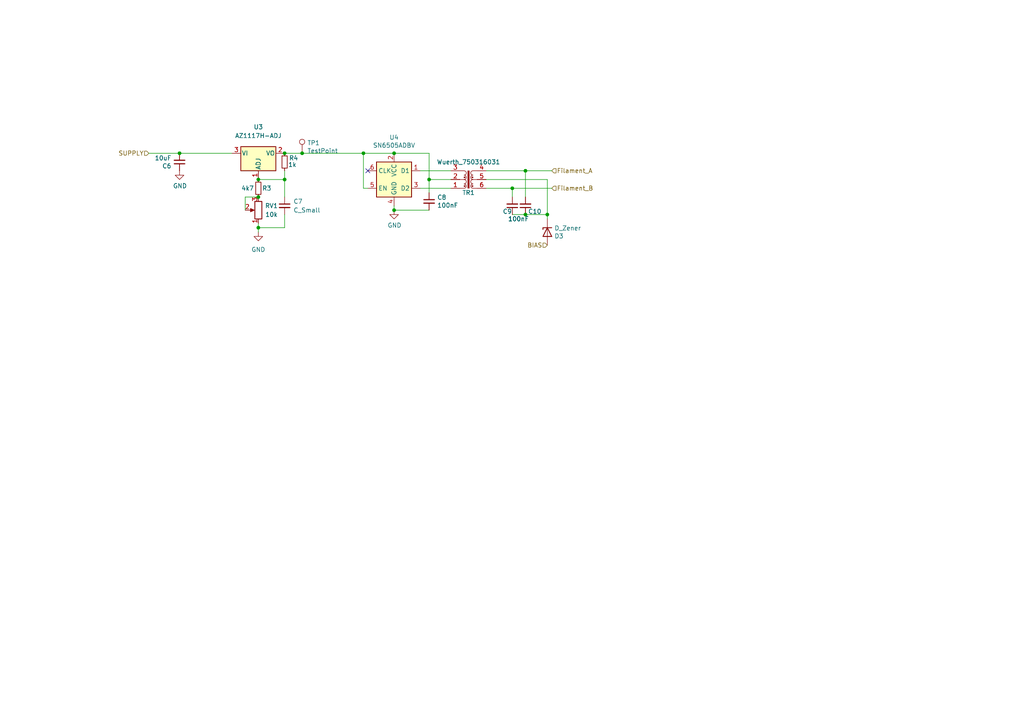
<source format=kicad_sch>
(kicad_sch (version 20230121) (generator eeschema)
  (paper "A4")
  (lib_symbols
    (symbol "Connector:TestPoint" (pin_numbers hide) (pin_names (offset 0.762) hide)
      (property "Reference" "TP" (at 0 6.858 0))
      (property "Value" "TestPoint" (at 0 5.08 0))
      (symbol "TestPoint_0_1"
        (circle (center 0 3.302) (radius 0.762))
      )
      (symbol "TestPoint_1_1"
        (pin passive line (at 0 0 90) (length 2.54) (name "1") (number "1"))
      )
    )
    (symbol "Device:C_Small" (pin_numbers hide) (pin_names (offset 0.254) hide)
      (property "Reference" "C" (at 0.254 1.778 0))
      (property "Value" "C_Small" (at 0.254 -2.032 0))
      (symbol "C_Small_0_1"
        (polyline (pts (xy -1.524 -0.508) (xy 1.524 -0.508)) (stroke (width 0.3302)))
        (polyline (pts (xy -1.524 0.508) (xy 1.524 0.508)) (stroke (width 0.3048)))
      )
      (symbol "C_Small_1_1"
        (pin passive line (at 0 2.54 270) (length 2.032) (name "~") (number "1"))
        (pin passive line (at 0 -2.54 90) (length 2.032) (name "~") (number "2"))
      )
    )
    (symbol "Device:D_Zener" (pin_numbers hide) (pin_names (offset 1.016) hide)
      (property "Reference" "D" (at 0 2.54 0))
      (property "Value" "D_Zener" (at 0 -2.54 0))
      (symbol "D_Zener_0_1"
        (polyline (pts (xy 1.27 0) (xy -1.27 0)))
        (polyline (pts (xy -1.27 -1.27) (xy -1.27 1.27) (xy -0.762 1.27)) (stroke (width 0.254)))
        (polyline (pts (xy 1.27 -1.27) (xy 1.27 1.27) (xy -1.27 0) (xy 1.27 -1.27)) (stroke (width 0.254)))
      )
      (symbol "D_Zener_1_1"
        (pin passive line (at -3.81 0 0) (length 2.54) (name "K") (number "1"))
        (pin passive line (at 3.81 0 180) (length 2.54) (name "A") (number "2"))
      )
    )
    (symbol "Device:R_POT" (pin_names (offset 1.016) hide)
      (property "Reference" "RV" (at -4.445 0 90))
      (property "Value" "Device_R_POT" (at -2.54 0 90))
      (symbol "R_POT_0_1"
        (polyline (pts (xy 2.54 0) (xy 1.524 0)))
        (polyline (pts (xy 1.143 0) (xy 2.286 0.508) (xy 2.286 -0.508) (xy 1.143 0)) (fill (type outline)))
        (rectangle (start 1.016 2.54) (end -1.016 -2.54) (stroke (width 0.254)))
      )
      (symbol "R_POT_1_1"
        (pin passive line (at 0 3.81 270) (length 1.27) (name "1") (number "1"))
        (pin passive line (at 3.81 0 180) (length 1.27) (name "2") (number "2"))
        (pin passive line (at 0 -3.81 90) (length 1.27) (name "3") (number "3"))
      )
    )
    (symbol "Device:R_Small" (pin_numbers hide) (pin_names (offset 0.254) hide)
      (property "Reference" "R" (at 0.762 0.508 0))
      (property "Value" "R_Small" (at 0.762 -1.016 0))
      (symbol "R_Small_0_1"
        (rectangle (start -0.762 1.778) (end 0.762 -1.778) (stroke (width 0.2032)))
      )
      (symbol "R_Small_1_1"
        (pin passive line (at 0 2.54 270) (length 0.762) (name "~") (number "1"))
        (pin passive line (at 0 -2.54 90) (length 0.762) (name "~") (number "2"))
      )
    )
    (symbol "Power_Management:SN6505ADBV"
      (property "Reference" "U" (at -5.08 6.35 0))
      (property "Value" "SN6505ADBV" (at 7.62 6.35 0))
      (symbol "SN6505ADBV_0_1"
        (rectangle (start -5.08 5.08) (end 5.08 -5.08) (stroke (width 0.254)) (fill (type background)))
      )
      (symbol "SN6505ADBV_1_1"
        (pin open_collector line (at 7.62 2.54 180) (length 2.54) (name "D1") (number "1"))
        (pin power_in line (at 0 7.62 270) (length 2.54) (name "VCC") (number "2"))
        (pin open_collector line (at 7.62 -2.54 180) (length 2.54) (name "D2") (number "3"))
        (pin power_in line (at 0 -7.62 90) (length 2.54) (name "GND") (number "4"))
        (pin input line (at -7.62 -2.54 0) (length 2.54) (name "EN") (number "5"))
        (pin input line (at -7.62 2.54 0) (length 2.54) (name "CLK") (number "6"))
      )
    )
    (symbol "Regulator_Linear:AZ1117H-ADJ" (pin_names (offset 0.254))
      (property "Reference" "U" (at -3.81 3.175 0))
      (property "Value" "AZ1117H-ADJ" (at 0 3.175 0))
      (symbol "AZ1117H-ADJ_0_1"
        (rectangle (start -5.08 1.905) (end 5.08 -5.08) (stroke (width 0.254)) (fill (type background)))
      )
      (symbol "AZ1117H-ADJ_1_1"
        (pin input line (at 0 -7.62 90) (length 2.54) (name "ADJ") (number "1"))
        (pin power_out line (at 7.62 0 180) (length 2.54) (name "VO") (number "2"))
        (pin power_in line (at -7.62 0 0) (length 2.54) (name "VI") (number "3"))
      )
    )
    (symbol "Transformer:Wuerth_750315371"
      (property "Reference" "TR" (at 0 5.08 0))
      (property "Value" "Wuerth_750315371" (at 0 -5.08 0))
      (symbol "Wuerth_750315371_0_1"
        (arc (start -1.27 -2.54) (mid -0.6377 -1.905) (end -1.27 -1.27))
        (arc (start -1.27 -1.27) (mid -0.6377 -0.635) (end -1.27 0))
        (rectangle (start -0.254 2.54) (end 0.254 -2.54) (stroke (width 0.0254)) (fill (type outline)))
        (polyline (pts (xy -2.54 -2.54) (xy -1.27 -2.54)))
        (polyline (pts (xy -2.54 0) (xy -1.27 0)))
        (polyline (pts (xy -2.54 2.54) (xy -1.27 2.54)))
        (polyline (pts (xy 1.27 -2.54) (xy 2.54 -2.54)))
        (polyline (pts (xy 1.27 0) (xy 2.54 0)))
        (polyline (pts (xy 1.27 2.54) (xy 2.54 2.54)))
      )
      (symbol "Wuerth_750315371_1_1"
        (arc (start -1.27 0) (mid -0.6377 0.635) (end -1.27 1.27))
        (arc (start -1.27 1.27) (mid -0.6377 1.905) (end -1.27 2.54))
        (circle (center -1.143 -0.635) (radius 0.127) (stroke (width 0.254)))
        (circle (center -1.143 1.905) (radius 0.127) (stroke (width 0.254)))
        (circle (center 1.143 -0.635) (radius 0.127) (stroke (width 0.254)))
        (circle (center 1.143 1.905) (radius 0.127) (stroke (width 0.254)))
        (arc (start 1.27 -1.27) (mid 0.6377 -1.905) (end 1.27 -2.54))
        (arc (start 1.27 0) (mid 0.6377 -0.635) (end 1.27 -1.27))
        (arc (start 1.27 1.27) (mid 0.6377 0.635) (end 1.27 0))
        (arc (start 1.27 2.54) (mid 0.6377 1.905) (end 1.27 1.27))
        (pin passive line (at -5.08 2.54 0) (length 2.54) (name "~") (number "1"))
        (pin passive line (at -5.08 0 0) (length 2.54) (name "~") (number "2"))
        (pin passive line (at -5.08 -2.54 0) (length 2.54) (name "~") (number "3"))
        (pin passive line (at 5.08 -2.54 180) (length 2.54) (name "~") (number "4"))
        (pin passive line (at 5.08 0 180) (length 2.54) (name "~") (number "5"))
        (pin passive line (at 5.08 2.54 180) (length 2.54) (name "~") (number "6"))
      )
    )
    (symbol "power:GND" (power) (pin_names (offset 0))
      (property "Value" "GND" (at 0 -3.81 0))
      (symbol "GND_0_1"
        (polyline (pts (xy 0 0) (xy 0 -1.27) (xy 1.27 -1.27) (xy 0 -2.54) (xy -1.27 -1.27) (xy 0 -1.27)))
      )
      (symbol "GND_1_1"
        (pin power_in line (at 0 0 270) (length 0) hide (name "GND") (number "1"))
      )
    )
  )
  (junction (at 74.93 52.07))
  (junction (at 152.4 62.23))
  (junction (at 52.07 44.45))
  (junction (at 148.59 54.61))
  (junction (at 114.3 60.96))
  (junction (at 74.93 57.15))
  (junction (at 158.75 62.23))
  (junction (at 82.55 52.07))
  (junction (at 152.4 49.53))
  (junction (at 82.55 44.45))
  (junction (at 105.41 44.45))
  (junction (at 114.3 44.45))
  (junction (at 74.93 66.04))
  (junction (at 124.46 52.07))
  (junction (at 87.63 44.45))
  (no_connect (at 106.68 49.53))
  (wire (pts (xy 74.93 64.77) (xy 74.93 66.04)))
  (wire (pts (xy 152.4 62.23) (xy 158.75 62.23)))
  (wire (pts (xy 106.68 54.61) (xy 105.41 54.61)))
  (wire (pts (xy 82.55 62.23) (xy 82.55 66.04)))
  (wire (pts (xy 124.46 52.07) (xy 124.46 55.88)))
  (wire (pts (xy 152.4 49.53) (xy 160.02 49.53)))
  (wire (pts (xy 82.55 52.07) (xy 82.55 57.15)))
  (wire (pts (xy 152.4 49.53) (xy 152.4 57.15)))
  (wire (pts (xy 52.07 44.45) (xy 67.31 44.45)))
  (wire (pts (xy 140.97 54.61) (xy 148.59 54.61)))
  (wire (pts (xy 74.93 66.04) (xy 82.55 66.04)))
  (wire (pts (xy 74.93 66.04) (xy 74.93 67.31)))
  (wire (pts (xy 82.55 49.53) (xy 82.55 52.07)))
  (wire (pts (xy 148.59 54.61) (xy 160.02 54.61)))
  (wire (pts (xy 114.3 44.45) (xy 124.46 44.45)))
  (wire (pts (xy 105.41 44.45) (xy 114.3 44.45)))
  (wire (pts (xy 105.41 54.61) (xy 105.41 44.45)))
  (wire (pts (xy 71.12 60.96) (xy 71.12 57.15)))
  (wire (pts (xy 71.12 57.15) (xy 74.93 57.15)))
  (wire (pts (xy 140.97 49.53) (xy 152.4 49.53)))
  (wire (pts (xy 82.55 52.07) (xy 74.93 52.07)))
  (wire (pts (xy 121.92 49.53) (xy 130.81 49.53)))
  (wire (pts (xy 158.75 62.23) (xy 158.75 63.5)))
  (wire (pts (xy 87.63 44.45) (xy 105.41 44.45)))
  (wire (pts (xy 148.59 54.61) (xy 148.59 57.15)))
  (wire (pts (xy 43.18 44.45) (xy 52.07 44.45)))
  (wire (pts (xy 124.46 52.07) (xy 130.81 52.07)))
  (wire (pts (xy 114.3 59.69) (xy 114.3 60.96)))
  (wire (pts (xy 158.75 52.07) (xy 158.75 62.23)))
  (wire (pts (xy 148.59 62.23) (xy 152.4 62.23)))
  (wire (pts (xy 121.92 54.61) (xy 130.81 54.61)))
  (wire (pts (xy 114.3 60.96) (xy 124.46 60.96)))
  (wire (pts (xy 124.46 44.45) (xy 124.46 52.07)))
  (wire (pts (xy 158.75 52.07) (xy 140.97 52.07)))
  (wire (pts (xy 82.55 44.45) (xy 87.63 44.45)))
  (hierarchical_label "BIAS" (shape input) (at 158.75 71.12 180))
  (hierarchical_label "Filament_B" (shape input) (at 160.02 54.61 0))
  (hierarchical_label "SUPPLY" (shape input) (at 43.18 44.45 180))
  (hierarchical_label "Filament_A" (shape input) (at 160.02 49.53 0))
  (symbol (lib_id "Power_Management:SN6505ADBV") (at 114.3 52.07 0) (unit 1)
    (property "Reference" "U4" (at 114.3 39.8526 0))
    (property "Value" "SN6505ADBV" (at 114.3 42.164 0))
    (property "Footprint" "Package_TO_SOT_SMD:SOT-23-6" (effects hide))
    (property "Datasheet" "http://www.ti.com/lit/ds/symlink/sn6505b.pdf" (effects hide))
    (instances (project "DD_Power_1" (path "" (reference "U4") (unit 1)) (path "" (reference "U8") (unit 1)) (path "" (reference "U10") (unit 1)) (path "" (reference "U12") (unit 1)) (path "" (reference "U14") (unit 1))))
  )
  (symbol (lib_id "Transformer:Wuerth_750315371") (at 135.89 52.07 0) (mirror x) (unit 1)
    (property "Reference" "TR1" (at 135.89 55.88 0))
    (property "Value" "Wuerth_750316031" (at 135.89 46.99 0))
    (property "Footprint" "Transformer_SMD:Transformer_Wuerth_750315371" (effects hide))
    (property "Datasheet" "https://www.we-online.com/catalog/datasheet/750315371.pdf" (effects hide))
    (instances (project "DD_Power_1" (path "" (reference "TR1") (unit 1)) (path "" (reference "TR2") (unit 1)) (path "" (reference "TR3") (unit 1)) (path "" (reference "TR4") (unit 1)) (path "" (reference "TR5") (unit 1))))
  )
  (symbol (lib_id "Device:C_Small") (at 124.46 58.42 0) (unit 1)
    (property "Reference" "C8" (at 126.7968 57.2516 0) (effects (justify left)))
    (property "Value" "100nF" (at 126.7968 59.563 0) (effects (justify left)))
    (property "Footprint" "Capacitor_SMD:C_0805_2012Metric_Pad1.18x1.45mm_HandSolder" (effects hide))
    (instances (project "DD_Power_1" (path "" (reference "C8") (unit 1)) (path "" (reference "C23") (unit 1)) (path "" (reference "C28") (unit 1)) (path "" (reference "C33") (unit 1)) (path "" (reference "C38") (unit 1))))
  )
  (symbol (lib_id "power:GND") (at 114.3 60.96 0) (unit 1)
    (property "Reference" "#PWR027" (effects hide))
    (property "Value" "GND" (at 114.427 65.3542 0))
    (instances (project "DD_Power_1" (path "" (reference "#PWR027") (unit 1)) (path "" (reference "#PWR032") (unit 1)) (path "" (reference "#PWR035") (unit 1)) (path "" (reference "#PWR038") (unit 1)) (path "" (reference "#PWR041") (unit 1))))
  )
  (symbol (lib_id "Device:D_Zener") (at 158.75 67.31 90) (mirror x) (unit 1)
    (property "Reference" "D3" (at 160.782 68.4784 90) (effects (justify right)))
    (property "Value" "D_Zener" (at 160.782 66.167 90) (effects (justify right)))
    (property "Footprint" "Diode_SMD:D_SOD-123" (effects hide))
    (instances (project "DD_Power_1" (path "" (reference "D3") (unit 1)) (path "" (reference "D8") (unit 1)) (path "" (reference "D9") (unit 1)) (path "" (reference "D10") (unit 1)) (path "" (reference "D11") (unit 1))))
  )
  (symbol (lib_id "Device:C_Small") (at 148.59 59.69 0) (mirror x) (unit 1)
    (property "Reference" "C9" (at 145.796 61.341 0) (effects (justify left)))
    (property "Value" "100nF" (at 147.32 63.5 0) (effects (justify left)))
    (property "Footprint" "Capacitor_SMD:C_0805_2012Metric_Pad1.18x1.45mm_HandSolder" (effects hide))
    (instances (project "DD_Power_1" (path "" (reference "C9") (unit 1)) (path "" (reference "C24") (unit 1)) (path "" (reference "C29") (unit 1)) (path "" (reference "C34") (unit 1)) (path "" (reference "C39") (unit 1))))
  )
  (symbol (lib_id "Device:C_Small") (at 152.4 59.69 0) (mirror x) (unit 1)
    (property "Reference" "C10" (at 153.162 61.341 0) (effects (justify left)))
    (property "Value" "100nF" (at 147.32 63.5 0) (effects (justify left)))
    (property "Footprint" "Capacitor_SMD:C_0805_2012Metric_Pad1.18x1.45mm_HandSolder" (effects hide))
    (instances (project "DD_Power_1" (path "" (reference "C10") (unit 1)) (path "" (reference "C25") (unit 1)) (path "" (reference "C30") (unit 1)) (path "" (reference "C35") (unit 1)) (path "" (reference "C40") (unit 1))))
  )
  (symbol (lib_id "Device:R_Small") (at 82.55 46.99 0) (unit 1)
    (property "Reference" "R4" (at 83.82 45.847 0) (effects (justify left)))
    (property "Value" "1k" (at 83.566 47.752 0) (effects (justify left)))
    (property "Footprint" "Resistor_SMD:R_0805_2012Metric_Pad1.20x1.40mm_HandSolder" (effects hide))
    (instances (project "DD_Power_1" (path "" (reference "R4") (unit 1)) (path "" (reference "R8") (unit 1)) (path "" (reference "R10") (unit 1)) (path "" (reference "R12") (unit 1)) (path "" (reference "R14") (unit 1))))
  )
  (symbol (lib_id "Device:R_Small") (at 74.93 54.61 180) (unit 1)
    (property "Reference" "R3" (at 78.74 54.61 0) (effects (justify left)))
    (property "Value" "4k7" (at 73.66 54.61 0) (effects (justify left)))
    (property "Footprint" "Resistor_SMD:R_0805_2012Metric_Pad1.20x1.40mm_HandSolder" (effects hide))
    (instances (project "DD_Power_1" (path "" (reference "R3") (unit 1)) (path "" (reference "R7") (unit 1)) (path "" (reference "R9") (unit 1)) (path "" (reference "R11") (unit 1)) (path "" (reference "R13") (unit 1))))
  )
  (symbol (lib_id "Device:R_POT") (at 74.93 60.96 180) (unit 1)
    (property "Reference" "RV1" (at 78.74 59.69 0))
    (property "Value" "10k" (at 78.74 62.23 0))
    (property "Footprint" "Potentiometer_SMD:Potentiometer_Vishay_TS53YL_Vertical" (effects hide))
    (instances (project "DD_Power_1" (path "" (reference "RV1") (unit 1)) (path "" (reference "RV3") (unit 1)) (path "" (reference "RV4") (unit 1)) (path "" (reference "RV5") (unit 1)) (path "" (reference "RV6") (unit 1))))
  )
  (symbol (lib_id "Device:C_Small") (at 52.07 46.99 180) (unit 1)
    (property "Reference" "C6" (at 49.7332 48.1584 0) (effects (justify left)))
    (property "Value" "10uF" (at 49.7332 45.847 0) (effects (justify left)))
    (property "Footprint" "Capacitor_SMD:C_1206_3216Metric_Pad1.33x1.80mm_HandSolder" (effects hide))
    (instances (project "DD_Power_1" (path "" (reference "C6") (unit 1)) (path "" (reference "C21") (unit 1)) (path "" (reference "C26") (unit 1)) (path "" (reference "C31") (unit 1)) (path "" (reference "C36") (unit 1))))
  )
  (symbol (lib_id "power:GND") (at 52.07 49.53 0) (unit 1)
    (property "Reference" "#PWR025" (effects hide))
    (property "Value" "GND" (at 52.197 53.9242 0))
    (instances (project "DD_Power_1" (path "" (reference "#PWR025") (unit 1)) (path "" (reference "#PWR030") (unit 1)) (path "" (reference "#PWR033") (unit 1)) (path "" (reference "#PWR036") (unit 1)) (path "" (reference "#PWR039") (unit 1))))
  )
  (symbol (lib_id "Connector:TestPoint") (at 87.63 44.45 0) (unit 1)
    (property "Reference" "TP1" (at 89.1032 41.4528 0) (effects (justify left)))
    (property "Value" "TestPoint" (at 89.1032 43.7642 0) (effects (justify left)))
    (property "Footprint" "TestPoint:TestPoint_2Pads_Pitch2.54mm_Drill0.8mm" (effects hide))
    (instances (project "DD_Power_1" (path "" (reference "TP1") (unit 1)) (path "" (reference "TP2") (unit 1)) (path "" (reference "TP3") (unit 1)) (path "" (reference "TP4") (unit 1)) (path "" (reference "TP5") (unit 1))))
  )
  (symbol (lib_id "power:GND") (at 74.93 67.31 0) (unit 1)
    (property "Reference" "#PWR026" (effects hide))
    (property "Value" "GND" (at 74.93 72.39 0))
    (instances (project "DD_Power_1" (path "" (reference "#PWR026") (unit 1)) (path "" (reference "#PWR031") (unit 1)) (path "" (reference "#PWR034") (unit 1)) (path "" (reference "#PWR037") (unit 1)) (path "" (reference "#PWR040") (unit 1))))
  )
  (symbol (lib_id "Regulator_Linear:AZ1117H-ADJ") (at 74.93 44.45 0) (unit 1)
    (property "Reference" "U3" (at 74.93 36.83 0))
    (property "Value" "AZ1117H-ADJ" (at 74.93 39.37 0))
    (property "Footprint" "Package_TO_SOT_SMD:SOT-223-3_TabPin2" (effects hide))
    (property "Datasheet" "https://www.diodes.com/assets/Datasheets/products_inactive_data/AZ1117.pdf" (effects hide))
    (instances (project "DD_Power_1" (path "" (reference "U3") (unit 1)) (path "" (reference "U7") (unit 1)) (path "" (reference "U9") (unit 1)) (path "" (reference "U11") (unit 1)) (path "" (reference "U13") (unit 1))))
  )
  (symbol (lib_id "Device:C_Small") (at 82.55 59.69 0) (unit 1)
    (property "Reference" "C7" (at 85.09 58.4262 0) (effects (justify left)))
    (property "Value" "C_Small" (at 85.09 60.9662 0) (effects (justify left)))
    (property "Footprint" "Capacitor_SMD:C_0805_2012Metric_Pad1.18x1.45mm_HandSolder" (effects hide))
    (instances (project "DD_Power_1" (path "" (reference "C7") (unit 1)) (path "" (reference "C22") (unit 1)) (path "" (reference "C27") (unit 1)) (path "" (reference "C32") (unit 1)) (path "" (reference "C37") (unit 1))))
  )
)
</source>
